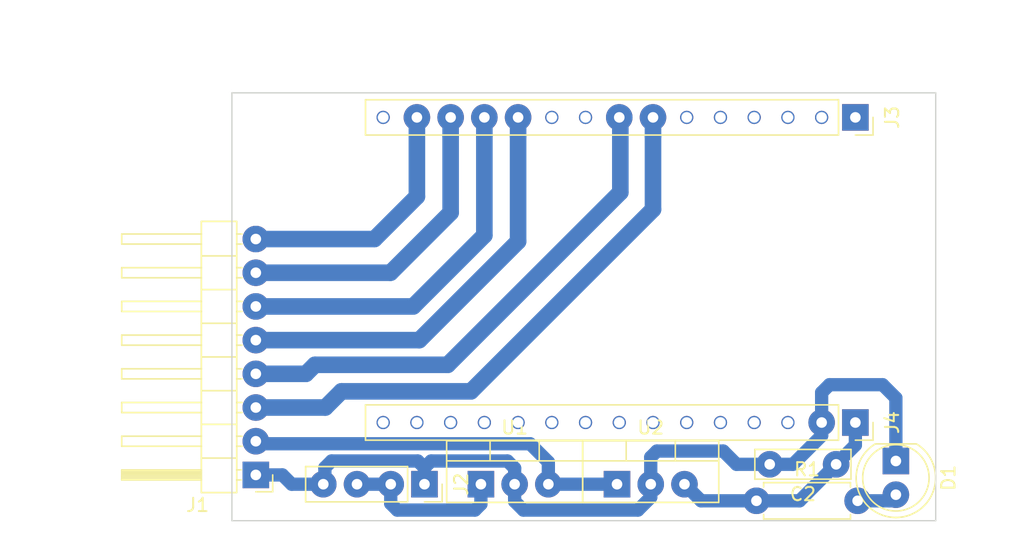
<source format=kicad_pcb>
(kicad_pcb (version 20171130) (host pcbnew 5.1.5+dfsg1-2build2)

  (general
    (thickness 1.6)
    (drawings 11)
    (tracks 75)
    (zones 0)
    (modules 9)
    (nets 12)
  )

  (page A4)
  (title_block
    (title pswclsx6-socket-controller)
    (date 2022-04-19)
    (rev 1)
    (comment 1 "Tec. Henrique Silva")
  )

  (layers
    (0 F.Cu signal)
    (31 B.Cu signal)
    (32 B.Adhes user)
    (33 F.Adhes user)
    (34 B.Paste user)
    (35 F.Paste user)
    (36 B.SilkS user)
    (37 F.SilkS user)
    (38 B.Mask user)
    (39 F.Mask user)
    (40 Dwgs.User user)
    (41 Cmts.User user)
    (42 Eco1.User user)
    (43 Eco2.User user)
    (44 Edge.Cuts user)
    (45 Margin user)
    (46 B.CrtYd user)
    (47 F.CrtYd user)
    (48 B.Fab user)
    (49 F.Fab user)
  )

  (setup
    (last_trace_width 0.25)
    (user_trace_width 1)
    (user_trace_width 1.25)
    (trace_clearance 0.25)
    (zone_clearance 0.508)
    (zone_45_only no)
    (trace_min 0.2)
    (via_size 0.8)
    (via_drill 0.4)
    (via_min_size 0.4)
    (via_min_drill 0.3)
    (uvia_size 0.3)
    (uvia_drill 0.1)
    (uvias_allowed no)
    (uvia_min_size 0.2)
    (uvia_min_drill 0.1)
    (edge_width 0.05)
    (segment_width 0.2)
    (pcb_text_width 0.3)
    (pcb_text_size 1.5 1.5)
    (mod_edge_width 0.12)
    (mod_text_size 1 1)
    (mod_text_width 0.15)
    (pad_size 2 2)
    (pad_drill 0.8)
    (pad_to_mask_clearance 0.051)
    (solder_mask_min_width 0.25)
    (aux_axis_origin 0 0)
    (visible_elements FFFFFF7F)
    (pcbplotparams
      (layerselection 0x010fc_ffffffff)
      (usegerberextensions false)
      (usegerberattributes false)
      (usegerberadvancedattributes false)
      (creategerberjobfile false)
      (excludeedgelayer true)
      (linewidth 0.100000)
      (plotframeref false)
      (viasonmask false)
      (mode 1)
      (useauxorigin false)
      (hpglpennumber 1)
      (hpglpenspeed 20)
      (hpglpendiameter 15.000000)
      (psnegative false)
      (psa4output false)
      (plotreference true)
      (plotvalue true)
      (plotinvisibletext false)
      (padsonsilk false)
      (subtractmaskfromsilk false)
      (outputformat 1)
      (mirror false)
      (drillshape 1)
      (scaleselection 1)
      (outputdirectory ""))
  )

  (net 0 "")
  (net 1 vll_relay-6)
  (net 2 vll_relay-5)
  (net 3 vll_relay-4)
  (net 4 vll_relay-3)
  (net 5 vll_relay-2)
  (net 6 vll_relay-1)
  (net 7 vcc_relay-master)
  (net 8 GND)
  (net 9 +12VA)
  (net 10 +5V)
  (net 11 "Net-(D1-Pad2)")

  (net_class Default "This is the default net class."
    (clearance 0.25)
    (trace_width 0.25)
    (via_dia 0.8)
    (via_drill 0.4)
    (uvia_dia 0.3)
    (uvia_drill 0.1)
    (add_net +12VA)
    (add_net +5V)
    (add_net GND)
    (add_net "Net-(D1-Pad2)")
    (add_net vcc_relay-master)
    (add_net vll_relay-1)
    (add_net vll_relay-2)
    (add_net vll_relay-3)
    (add_net vll_relay-4)
    (add_net vll_relay-5)
    (add_net vll_relay-6)
  )

  (module Connector_PinHeader_2.54mm:PinHeader_1x08_P2.54mm_Horizontal (layer F.Cu) (tedit 625F1CF9) (tstamp 625B07FE)
    (at 118.3 115.05 180)
    (descr "Through hole angled pin header, 1x08, 2.54mm pitch, 6mm pin length, single row")
    (tags "Through hole angled pin header THT 1x08 2.54mm single row")
    (path /625AA4A2)
    (fp_text reference J1 (at 4.385 -2.27) (layer F.SilkS)
      (effects (font (size 1 1) (thickness 0.15)))
    )
    (fp_text value pswcls-master (at 4.385 20.05) (layer F.Fab)
      (effects (font (size 1 1) (thickness 0.15)))
    )
    (fp_text user %R (at 2.77 8.89 90) (layer F.Fab)
      (effects (font (size 1 1) (thickness 0.15)))
    )
    (fp_line (start 10.55 -1.8) (end -1.8 -1.8) (layer F.CrtYd) (width 0.05))
    (fp_line (start 10.55 19.55) (end 10.55 -1.8) (layer F.CrtYd) (width 0.05))
    (fp_line (start -1.8 19.55) (end 10.55 19.55) (layer F.CrtYd) (width 0.05))
    (fp_line (start -1.8 -1.8) (end -1.8 19.55) (layer F.CrtYd) (width 0.05))
    (fp_line (start -1.27 -1.27) (end 0 -1.27) (layer F.SilkS) (width 0.12))
    (fp_line (start -1.27 0) (end -1.27 -1.27) (layer F.SilkS) (width 0.12))
    (fp_line (start 1.042929 18.16) (end 1.44 18.16) (layer F.SilkS) (width 0.12))
    (fp_line (start 1.042929 17.4) (end 1.44 17.4) (layer F.SilkS) (width 0.12))
    (fp_line (start 10.1 18.16) (end 4.1 18.16) (layer F.SilkS) (width 0.12))
    (fp_line (start 10.1 17.4) (end 10.1 18.16) (layer F.SilkS) (width 0.12))
    (fp_line (start 4.1 17.4) (end 10.1 17.4) (layer F.SilkS) (width 0.12))
    (fp_line (start 1.44 16.51) (end 4.1 16.51) (layer F.SilkS) (width 0.12))
    (fp_line (start 1.042929 15.62) (end 1.44 15.62) (layer F.SilkS) (width 0.12))
    (fp_line (start 1.042929 14.86) (end 1.44 14.86) (layer F.SilkS) (width 0.12))
    (fp_line (start 10.1 15.62) (end 4.1 15.62) (layer F.SilkS) (width 0.12))
    (fp_line (start 10.1 14.86) (end 10.1 15.62) (layer F.SilkS) (width 0.12))
    (fp_line (start 4.1 14.86) (end 10.1 14.86) (layer F.SilkS) (width 0.12))
    (fp_line (start 1.44 13.97) (end 4.1 13.97) (layer F.SilkS) (width 0.12))
    (fp_line (start 1.042929 13.08) (end 1.44 13.08) (layer F.SilkS) (width 0.12))
    (fp_line (start 1.042929 12.32) (end 1.44 12.32) (layer F.SilkS) (width 0.12))
    (fp_line (start 10.1 13.08) (end 4.1 13.08) (layer F.SilkS) (width 0.12))
    (fp_line (start 10.1 12.32) (end 10.1 13.08) (layer F.SilkS) (width 0.12))
    (fp_line (start 4.1 12.32) (end 10.1 12.32) (layer F.SilkS) (width 0.12))
    (fp_line (start 1.44 11.43) (end 4.1 11.43) (layer F.SilkS) (width 0.12))
    (fp_line (start 1.042929 10.54) (end 1.44 10.54) (layer F.SilkS) (width 0.12))
    (fp_line (start 1.042929 9.78) (end 1.44 9.78) (layer F.SilkS) (width 0.12))
    (fp_line (start 10.1 10.54) (end 4.1 10.54) (layer F.SilkS) (width 0.12))
    (fp_line (start 10.1 9.78) (end 10.1 10.54) (layer F.SilkS) (width 0.12))
    (fp_line (start 4.1 9.78) (end 10.1 9.78) (layer F.SilkS) (width 0.12))
    (fp_line (start 1.44 8.89) (end 4.1 8.89) (layer F.SilkS) (width 0.12))
    (fp_line (start 1.042929 8) (end 1.44 8) (layer F.SilkS) (width 0.12))
    (fp_line (start 1.042929 7.24) (end 1.44 7.24) (layer F.SilkS) (width 0.12))
    (fp_line (start 10.1 8) (end 4.1 8) (layer F.SilkS) (width 0.12))
    (fp_line (start 10.1 7.24) (end 10.1 8) (layer F.SilkS) (width 0.12))
    (fp_line (start 4.1 7.24) (end 10.1 7.24) (layer F.SilkS) (width 0.12))
    (fp_line (start 1.44 6.35) (end 4.1 6.35) (layer F.SilkS) (width 0.12))
    (fp_line (start 1.042929 5.46) (end 1.44 5.46) (layer F.SilkS) (width 0.12))
    (fp_line (start 1.042929 4.7) (end 1.44 4.7) (layer F.SilkS) (width 0.12))
    (fp_line (start 10.1 5.46) (end 4.1 5.46) (layer F.SilkS) (width 0.12))
    (fp_line (start 10.1 4.7) (end 10.1 5.46) (layer F.SilkS) (width 0.12))
    (fp_line (start 4.1 4.7) (end 10.1 4.7) (layer F.SilkS) (width 0.12))
    (fp_line (start 1.44 3.81) (end 4.1 3.81) (layer F.SilkS) (width 0.12))
    (fp_line (start 1.042929 2.92) (end 1.44 2.92) (layer F.SilkS) (width 0.12))
    (fp_line (start 1.042929 2.16) (end 1.44 2.16) (layer F.SilkS) (width 0.12))
    (fp_line (start 10.1 2.92) (end 4.1 2.92) (layer F.SilkS) (width 0.12))
    (fp_line (start 10.1 2.16) (end 10.1 2.92) (layer F.SilkS) (width 0.12))
    (fp_line (start 4.1 2.16) (end 10.1 2.16) (layer F.SilkS) (width 0.12))
    (fp_line (start 1.44 1.27) (end 4.1 1.27) (layer F.SilkS) (width 0.12))
    (fp_line (start 1.11 0.38) (end 1.44 0.38) (layer F.SilkS) (width 0.12))
    (fp_line (start 1.11 -0.38) (end 1.44 -0.38) (layer F.SilkS) (width 0.12))
    (fp_line (start 4.1 0.28) (end 10.1 0.28) (layer F.SilkS) (width 0.12))
    (fp_line (start 4.1 0.16) (end 10.1 0.16) (layer F.SilkS) (width 0.12))
    (fp_line (start 4.1 0.04) (end 10.1 0.04) (layer F.SilkS) (width 0.12))
    (fp_line (start 4.1 -0.08) (end 10.1 -0.08) (layer F.SilkS) (width 0.12))
    (fp_line (start 4.1 -0.2) (end 10.1 -0.2) (layer F.SilkS) (width 0.12))
    (fp_line (start 4.1 -0.32) (end 10.1 -0.32) (layer F.SilkS) (width 0.12))
    (fp_line (start 10.1 0.38) (end 4.1 0.38) (layer F.SilkS) (width 0.12))
    (fp_line (start 10.1 -0.38) (end 10.1 0.38) (layer F.SilkS) (width 0.12))
    (fp_line (start 4.1 -0.38) (end 10.1 -0.38) (layer F.SilkS) (width 0.12))
    (fp_line (start 4.1 -1.33) (end 1.44 -1.33) (layer F.SilkS) (width 0.12))
    (fp_line (start 4.1 19.11) (end 4.1 -1.33) (layer F.SilkS) (width 0.12))
    (fp_line (start 1.44 19.11) (end 4.1 19.11) (layer F.SilkS) (width 0.12))
    (fp_line (start 1.44 -1.33) (end 1.44 19.11) (layer F.SilkS) (width 0.12))
    (fp_line (start 4.04 18.1) (end 10.04 18.1) (layer F.Fab) (width 0.1))
    (fp_line (start 10.04 17.46) (end 10.04 18.1) (layer F.Fab) (width 0.1))
    (fp_line (start 4.04 17.46) (end 10.04 17.46) (layer F.Fab) (width 0.1))
    (fp_line (start -0.32 18.1) (end 1.5 18.1) (layer F.Fab) (width 0.1))
    (fp_line (start -0.32 17.46) (end -0.32 18.1) (layer F.Fab) (width 0.1))
    (fp_line (start -0.32 17.46) (end 1.5 17.46) (layer F.Fab) (width 0.1))
    (fp_line (start 4.04 15.56) (end 10.04 15.56) (layer F.Fab) (width 0.1))
    (fp_line (start 10.04 14.92) (end 10.04 15.56) (layer F.Fab) (width 0.1))
    (fp_line (start 4.04 14.92) (end 10.04 14.92) (layer F.Fab) (width 0.1))
    (fp_line (start -0.32 15.56) (end 1.5 15.56) (layer F.Fab) (width 0.1))
    (fp_line (start -0.32 14.92) (end -0.32 15.56) (layer F.Fab) (width 0.1))
    (fp_line (start -0.32 14.92) (end 1.5 14.92) (layer F.Fab) (width 0.1))
    (fp_line (start 4.04 13.02) (end 10.04 13.02) (layer F.Fab) (width 0.1))
    (fp_line (start 10.04 12.38) (end 10.04 13.02) (layer F.Fab) (width 0.1))
    (fp_line (start 4.04 12.38) (end 10.04 12.38) (layer F.Fab) (width 0.1))
    (fp_line (start -0.32 13.02) (end 1.5 13.02) (layer F.Fab) (width 0.1))
    (fp_line (start -0.32 12.38) (end -0.32 13.02) (layer F.Fab) (width 0.1))
    (fp_line (start -0.32 12.38) (end 1.5 12.38) (layer F.Fab) (width 0.1))
    (fp_line (start 4.04 10.48) (end 10.04 10.48) (layer F.Fab) (width 0.1))
    (fp_line (start 10.04 9.84) (end 10.04 10.48) (layer F.Fab) (width 0.1))
    (fp_line (start 4.04 9.84) (end 10.04 9.84) (layer F.Fab) (width 0.1))
    (fp_line (start -0.32 10.48) (end 1.5 10.48) (layer F.Fab) (width 0.1))
    (fp_line (start -0.32 9.84) (end -0.32 10.48) (layer F.Fab) (width 0.1))
    (fp_line (start -0.32 9.84) (end 1.5 9.84) (layer F.Fab) (width 0.1))
    (fp_line (start 4.04 7.94) (end 10.04 7.94) (layer F.Fab) (width 0.1))
    (fp_line (start 10.04 7.3) (end 10.04 7.94) (layer F.Fab) (width 0.1))
    (fp_line (start 4.04 7.3) (end 10.04 7.3) (layer F.Fab) (width 0.1))
    (fp_line (start -0.32 7.94) (end 1.5 7.94) (layer F.Fab) (width 0.1))
    (fp_line (start -0.32 7.3) (end -0.32 7.94) (layer F.Fab) (width 0.1))
    (fp_line (start -0.32 7.3) (end 1.5 7.3) (layer F.Fab) (width 0.1))
    (fp_line (start 4.04 5.4) (end 10.04 5.4) (layer F.Fab) (width 0.1))
    (fp_line (start 10.04 4.76) (end 10.04 5.4) (layer F.Fab) (width 0.1))
    (fp_line (start 4.04 4.76) (end 10.04 4.76) (layer F.Fab) (width 0.1))
    (fp_line (start -0.32 5.4) (end 1.5 5.4) (layer F.Fab) (width 0.1))
    (fp_line (start -0.32 4.76) (end -0.32 5.4) (layer F.Fab) (width 0.1))
    (fp_line (start -0.32 4.76) (end 1.5 4.76) (layer F.Fab) (width 0.1))
    (fp_line (start 4.04 2.86) (end 10.04 2.86) (layer F.Fab) (width 0.1))
    (fp_line (start 10.04 2.22) (end 10.04 2.86) (layer F.Fab) (width 0.1))
    (fp_line (start 4.04 2.22) (end 10.04 2.22) (layer F.Fab) (width 0.1))
    (fp_line (start -0.32 2.86) (end 1.5 2.86) (layer F.Fab) (width 0.1))
    (fp_line (start -0.32 2.22) (end -0.32 2.86) (layer F.Fab) (width 0.1))
    (fp_line (start -0.32 2.22) (end 1.5 2.22) (layer F.Fab) (width 0.1))
    (fp_line (start 4.04 0.32) (end 10.04 0.32) (layer F.Fab) (width 0.1))
    (fp_line (start 10.04 -0.32) (end 10.04 0.32) (layer F.Fab) (width 0.1))
    (fp_line (start 4.04 -0.32) (end 10.04 -0.32) (layer F.Fab) (width 0.1))
    (fp_line (start -0.32 0.32) (end 1.5 0.32) (layer F.Fab) (width 0.1))
    (fp_line (start -0.32 -0.32) (end -0.32 0.32) (layer F.Fab) (width 0.1))
    (fp_line (start -0.32 -0.32) (end 1.5 -0.32) (layer F.Fab) (width 0.1))
    (fp_line (start 1.5 -0.635) (end 2.135 -1.27) (layer F.Fab) (width 0.1))
    (fp_line (start 1.5 19.05) (end 1.5 -0.635) (layer F.Fab) (width 0.1))
    (fp_line (start 4.04 19.05) (end 1.5 19.05) (layer F.Fab) (width 0.1))
    (fp_line (start 4.04 -1.27) (end 4.04 19.05) (layer F.Fab) (width 0.1))
    (fp_line (start 2.135 -1.27) (end 4.04 -1.27) (layer F.Fab) (width 0.1))
    (pad 8 thru_hole oval (at 0 17.78 180) (size 2 2) (drill 0.8) (layers *.Cu *.Mask)
      (net 6 vll_relay-1))
    (pad 7 thru_hole oval (at 0 15.24 180) (size 2 2) (drill 0.8) (layers *.Cu *.Mask)
      (net 5 vll_relay-2))
    (pad 6 thru_hole oval (at 0 12.7 180) (size 2 2) (drill 0.8) (layers *.Cu *.Mask)
      (net 4 vll_relay-3))
    (pad 5 thru_hole oval (at 0 10.16 180) (size 2 2) (drill 0.8) (layers *.Cu *.Mask)
      (net 3 vll_relay-4))
    (pad 4 thru_hole oval (at 0 7.62 180) (size 2 2) (drill 0.8) (layers *.Cu *.Mask)
      (net 2 vll_relay-5))
    (pad 3 thru_hole oval (at 0 5.08 180) (size 2 2) (drill 0.8) (layers *.Cu *.Mask)
      (net 1 vll_relay-6))
    (pad 2 thru_hole oval (at 0 2.54 180) (size 2 2) (drill 0.8) (layers *.Cu *.Mask)
      (net 7 vcc_relay-master))
    (pad 1 thru_hole rect (at 0 0 180) (size 2 2) (drill 0.8) (layers *.Cu *.Mask)
      (net 8 GND))
    (model ${KISYS3DMOD}/Connector_PinHeader_2.54mm.3dshapes/PinHeader_1x08_P2.54mm_Horizontal.wrl
      (at (xyz 0 0 0))
      (scale (xyz 1 1 1))
      (rotate (xyz 0 0 0))
    )
  )

  (module Capacitor_THT:C_Rect_L7.0mm_W2.0mm_P5.00mm (layer F.Cu) (tedit 625F1B48) (tstamp 625F99E2)
    (at 162 114.25 180)
    (descr "C, Rect series, Radial, pin pitch=5.00mm, , length*width=7*2mm^2, Capacitor")
    (tags "C Rect series Radial pin pitch 5.00mm  length 7mm width 2mm Capacitor")
    (path /626391DD)
    (fp_text reference C2 (at 2.5 -2.25) (layer F.SilkS)
      (effects (font (size 1 1) (thickness 0.15)))
    )
    (fp_text value 100nF (at 2.5 2.25) (layer F.Fab)
      (effects (font (size 1 1) (thickness 0.15)))
    )
    (fp_text user %R (at 2.5 0) (layer F.Fab)
      (effects (font (size 1 1) (thickness 0.15)))
    )
    (fp_line (start 6.25 -1.25) (end -1.25 -1.25) (layer F.CrtYd) (width 0.05))
    (fp_line (start 6.25 1.25) (end 6.25 -1.25) (layer F.CrtYd) (width 0.05))
    (fp_line (start -1.25 1.25) (end 6.25 1.25) (layer F.CrtYd) (width 0.05))
    (fp_line (start -1.25 -1.25) (end -1.25 1.25) (layer F.CrtYd) (width 0.05))
    (fp_line (start 6.12 -1.12) (end 6.12 1.12) (layer F.SilkS) (width 0.12))
    (fp_line (start -1.12 -1.12) (end -1.12 1.12) (layer F.SilkS) (width 0.12))
    (fp_line (start -1.12 1.12) (end 6.12 1.12) (layer F.SilkS) (width 0.12))
    (fp_line (start -1.12 -1.12) (end 6.12 -1.12) (layer F.SilkS) (width 0.12))
    (fp_line (start 6 -1) (end -1 -1) (layer F.Fab) (width 0.1))
    (fp_line (start 6 1) (end 6 -1) (layer F.Fab) (width 0.1))
    (fp_line (start -1 1) (end 6 1) (layer F.Fab) (width 0.1))
    (fp_line (start -1 -1) (end -1 1) (layer F.Fab) (width 0.1))
    (pad 2 thru_hole circle (at 5 0 180) (size 2 2) (drill 0.8) (layers *.Cu *.Mask)
      (net 8 GND))
    (pad 1 thru_hole circle (at 0 0 180) (size 2 2) (drill 0.8) (layers *.Cu *.Mask)
      (net 10 +5V))
    (model ${KISYS3DMOD}/Capacitor_THT.3dshapes/C_Rect_L7.0mm_W2.0mm_P5.00mm.wrl
      (at (xyz 0 0 0))
      (scale (xyz 1 1 1))
      (rotate (xyz 0 0 0))
    )
  )

  (module Resistor_THT:R_Axial_DIN0207_L6.3mm_D2.5mm_P7.62mm_Horizontal (layer F.Cu) (tedit 625F1B75) (tstamp 625F9AF7)
    (at 156 117)
    (descr "Resistor, Axial_DIN0207 series, Axial, Horizontal, pin pitch=7.62mm, 0.25W = 1/4W, length*diameter=6.3*2.5mm^2, http://cdn-reichelt.de/documents/datenblatt/B400/1_4W%23YAG.pdf")
    (tags "Resistor Axial_DIN0207 series Axial Horizontal pin pitch 7.62mm 0.25W = 1/4W length 6.3mm diameter 2.5mm")
    (path /6264878C)
    (fp_text reference R1 (at 3.81 -2.37) (layer F.SilkS)
      (effects (font (size 1 1) (thickness 0.15)))
    )
    (fp_text value R (at 3.81 2.37) (layer F.Fab)
      (effects (font (size 1 1) (thickness 0.15)))
    )
    (fp_text user %R (at 3.81 0) (layer F.Fab)
      (effects (font (size 1 1) (thickness 0.15)))
    )
    (fp_line (start 8.67 -1.5) (end -1.05 -1.5) (layer F.CrtYd) (width 0.05))
    (fp_line (start 8.67 1.5) (end 8.67 -1.5) (layer F.CrtYd) (width 0.05))
    (fp_line (start -1.05 1.5) (end 8.67 1.5) (layer F.CrtYd) (width 0.05))
    (fp_line (start -1.05 -1.5) (end -1.05 1.5) (layer F.CrtYd) (width 0.05))
    (fp_line (start 7.08 1.37) (end 7.08 1.04) (layer F.SilkS) (width 0.12))
    (fp_line (start 0.54 1.37) (end 7.08 1.37) (layer F.SilkS) (width 0.12))
    (fp_line (start 0.54 1.04) (end 0.54 1.37) (layer F.SilkS) (width 0.12))
    (fp_line (start 7.08 -1.37) (end 7.08 -1.04) (layer F.SilkS) (width 0.12))
    (fp_line (start 0.54 -1.37) (end 7.08 -1.37) (layer F.SilkS) (width 0.12))
    (fp_line (start 0.54 -1.04) (end 0.54 -1.37) (layer F.SilkS) (width 0.12))
    (fp_line (start 7.62 0) (end 6.96 0) (layer F.Fab) (width 0.1))
    (fp_line (start 0 0) (end 0.66 0) (layer F.Fab) (width 0.1))
    (fp_line (start 6.96 -1.25) (end 0.66 -1.25) (layer F.Fab) (width 0.1))
    (fp_line (start 6.96 1.25) (end 6.96 -1.25) (layer F.Fab) (width 0.1))
    (fp_line (start 0.66 1.25) (end 6.96 1.25) (layer F.Fab) (width 0.1))
    (fp_line (start 0.66 -1.25) (end 0.66 1.25) (layer F.Fab) (width 0.1))
    (pad 2 thru_hole oval (at 7.62 0) (size 2 2) (drill 0.8) (layers *.Cu *.Mask)
      (net 11 "Net-(D1-Pad2)"))
    (pad 1 thru_hole circle (at 0 0) (size 2 2) (drill 0.8) (layers *.Cu *.Mask)
      (net 10 +5V))
    (model ${KISYS3DMOD}/Resistor_THT.3dshapes/R_Axial_DIN0207_L6.3mm_D2.5mm_P7.62mm_Horizontal.wrl
      (at (xyz 0 0 0))
      (scale (xyz 1 1 1))
      (rotate (xyz 0 0 0))
    )
  )

  (module LED_THT:LED_D5.0mm (layer F.Cu) (tedit 625F1B63) (tstamp 625F99F4)
    (at 166.5 114 270)
    (descr "LED, diameter 5.0mm, 2 pins, http://cdn-reichelt.de/documents/datenblatt/A500/LL-504BC2E-009.pdf")
    (tags "LED diameter 5.0mm 2 pins")
    (path /62649016)
    (fp_text reference D1 (at 1.27 -3.96 90) (layer F.SilkS)
      (effects (font (size 1 1) (thickness 0.15)))
    )
    (fp_text value LED (at 1.27 3.96 90) (layer F.Fab)
      (effects (font (size 1 1) (thickness 0.15)))
    )
    (fp_text user %R (at 1.25 0 90) (layer F.Fab)
      (effects (font (size 0.8 0.8) (thickness 0.2)))
    )
    (fp_line (start 4.5 -3.25) (end -1.95 -3.25) (layer F.CrtYd) (width 0.05))
    (fp_line (start 4.5 3.25) (end 4.5 -3.25) (layer F.CrtYd) (width 0.05))
    (fp_line (start -1.95 3.25) (end 4.5 3.25) (layer F.CrtYd) (width 0.05))
    (fp_line (start -1.95 -3.25) (end -1.95 3.25) (layer F.CrtYd) (width 0.05))
    (fp_line (start -1.29 -1.545) (end -1.29 1.545) (layer F.SilkS) (width 0.12))
    (fp_line (start -1.23 -1.469694) (end -1.23 1.469694) (layer F.Fab) (width 0.1))
    (fp_circle (center 1.27 0) (end 3.77 0) (layer F.SilkS) (width 0.12))
    (fp_circle (center 1.27 0) (end 3.77 0) (layer F.Fab) (width 0.1))
    (fp_arc (start 1.27 0) (end -1.29 1.54483) (angle -148.9) (layer F.SilkS) (width 0.12))
    (fp_arc (start 1.27 0) (end -1.29 -1.54483) (angle 148.9) (layer F.SilkS) (width 0.12))
    (fp_arc (start 1.27 0) (end -1.23 -1.469694) (angle 299.1) (layer F.Fab) (width 0.1))
    (pad 2 thru_hole circle (at 2.54 0 270) (size 2 2) (drill 0.8) (layers *.Cu *.Mask)
      (net 11 "Net-(D1-Pad2)"))
    (pad 1 thru_hole rect (at 0 0 270) (size 2 2) (drill 0.8) (layers *.Cu *.Mask)
      (net 8 GND))
    (model ${KISYS3DMOD}/LED_THT.3dshapes/LED_D5.0mm.wrl
      (at (xyz 0 0 0))
      (scale (xyz 1 1 1))
      (rotate (xyz 0 0 0))
    )
  )

  (module Connector_PinSocket_2.54mm:PinSocket_1x04_P2.54mm_Vertical (layer F.Cu) (tedit 625F1BFC) (tstamp 625AF907)
    (at 131 115.75 270)
    (descr "Through hole straight socket strip, 1x04, 2.54mm pitch, single row (from Kicad 4.0.7), script generated")
    (tags "Through hole socket strip THT 1x04 2.54mm single row")
    (path /625B0167)
    (fp_text reference J2 (at 0 -2.77 90) (layer F.SilkS)
      (effects (font (size 1 1) (thickness 0.15)))
    )
    (fp_text value PWR-12VA (at 0 10.39 90) (layer F.Fab)
      (effects (font (size 1 1) (thickness 0.15)))
    )
    (fp_text user %R (at 0 3.81) (layer F.Fab)
      (effects (font (size 1 1) (thickness 0.15)))
    )
    (fp_line (start -1.8 9.4) (end -1.8 -1.8) (layer F.CrtYd) (width 0.05))
    (fp_line (start 1.75 9.4) (end -1.8 9.4) (layer F.CrtYd) (width 0.05))
    (fp_line (start 1.75 -1.8) (end 1.75 9.4) (layer F.CrtYd) (width 0.05))
    (fp_line (start -1.8 -1.8) (end 1.75 -1.8) (layer F.CrtYd) (width 0.05))
    (fp_line (start 0 -1.33) (end 1.33 -1.33) (layer F.SilkS) (width 0.12))
    (fp_line (start 1.33 -1.33) (end 1.33 0) (layer F.SilkS) (width 0.12))
    (fp_line (start 1.33 1.27) (end 1.33 8.95) (layer F.SilkS) (width 0.12))
    (fp_line (start -1.33 8.95) (end 1.33 8.95) (layer F.SilkS) (width 0.12))
    (fp_line (start -1.33 1.27) (end -1.33 8.95) (layer F.SilkS) (width 0.12))
    (fp_line (start -1.33 1.27) (end 1.33 1.27) (layer F.SilkS) (width 0.12))
    (fp_line (start -1.27 8.89) (end -1.27 -1.27) (layer F.Fab) (width 0.1))
    (fp_line (start 1.27 8.89) (end -1.27 8.89) (layer F.Fab) (width 0.1))
    (fp_line (start 1.27 -0.635) (end 1.27 8.89) (layer F.Fab) (width 0.1))
    (fp_line (start 0.635 -1.27) (end 1.27 -0.635) (layer F.Fab) (width 0.1))
    (fp_line (start -1.27 -1.27) (end 0.635 -1.27) (layer F.Fab) (width 0.1))
    (pad 4 thru_hole oval (at 0 7.62 270) (size 2 2) (drill 0.8) (layers *.Cu *.Mask)
      (net 8 GND))
    (pad 3 thru_hole oval (at 0 5.08 270) (size 2 2) (drill 0.8) (layers *.Cu *.Mask)
      (net 9 +12VA))
    (pad 2 thru_hole oval (at 0 2.54 270) (size 2 2) (drill 0.8) (layers *.Cu *.Mask)
      (net 9 +12VA))
    (pad 1 thru_hole rect (at 0 0 270) (size 2 2) (drill 0.8) (layers *.Cu *.Mask)
      (net 8 GND))
    (model ${KISYS3DMOD}/Connector_PinSocket_2.54mm.3dshapes/PinSocket_1x04_P2.54mm_Vertical.wrl
      (at (xyz 0 0 0))
      (scale (xyz 1 1 1))
      (rotate (xyz 0 0 0))
    )
  )

  (module Connector_PinSocket_2.54mm:PinSocket_1x15_P2.54mm_Vertical (layer F.Cu) (tedit 625F05E2) (tstamp 625AF92A)
    (at 163.45 88.1 270)
    (descr "Through hole straight socket strip, 1x15, 2.54mm pitch, single row (from Kicad 4.0.7), script generated")
    (tags "Through hole socket strip THT 1x15 2.54mm single row")
    (path /625C1072)
    (fp_text reference J3 (at 0 -2.77 90) (layer F.SilkS)
      (effects (font (size 1 1) (thickness 0.15)))
    )
    (fp_text value NODE-MCU-L (at 0 38.33 90) (layer F.Fab)
      (effects (font (size 1 1) (thickness 0.15)))
    )
    (fp_text user %R (at 0 17.78) (layer F.Fab)
      (effects (font (size 1 1) (thickness 0.15)))
    )
    (fp_line (start -1.8 37.3) (end -1.8 -1.8) (layer F.CrtYd) (width 0.05))
    (fp_line (start 1.75 37.3) (end -1.8 37.3) (layer F.CrtYd) (width 0.05))
    (fp_line (start 1.75 -1.8) (end 1.75 37.3) (layer F.CrtYd) (width 0.05))
    (fp_line (start -1.8 -1.8) (end 1.75 -1.8) (layer F.CrtYd) (width 0.05))
    (fp_line (start 0 -1.33) (end 1.33 -1.33) (layer F.SilkS) (width 0.12))
    (fp_line (start 1.33 -1.33) (end 1.33 0) (layer F.SilkS) (width 0.12))
    (fp_line (start 1.33 1.27) (end 1.33 36.89) (layer F.SilkS) (width 0.12))
    (fp_line (start -1.33 36.89) (end 1.33 36.89) (layer F.SilkS) (width 0.12))
    (fp_line (start -1.33 1.27) (end -1.33 36.89) (layer F.SilkS) (width 0.12))
    (fp_line (start -1.33 1.27) (end 1.33 1.27) (layer F.SilkS) (width 0.12))
    (fp_line (start -1.27 36.83) (end -1.27 -1.27) (layer F.Fab) (width 0.1))
    (fp_line (start 1.27 36.83) (end -1.27 36.83) (layer F.Fab) (width 0.1))
    (fp_line (start 1.27 -0.635) (end 1.27 36.83) (layer F.Fab) (width 0.1))
    (fp_line (start 0.635 -1.27) (end 1.27 -0.635) (layer F.Fab) (width 0.1))
    (fp_line (start -1.27 -1.27) (end 0.635 -1.27) (layer F.Fab) (width 0.1))
    (pad 15 thru_hole oval (at 0 35.56 270) (size 1 1) (drill 0.8) (layers *.Cu *.Mask))
    (pad 14 thru_hole oval (at 0 33.02 270) (size 2 2) (drill 0.8) (layers *.Cu *.Mask)
      (net 6 vll_relay-1))
    (pad 13 thru_hole oval (at 0 30.48 270) (size 2 2) (drill 0.8) (layers *.Cu *.Mask)
      (net 5 vll_relay-2))
    (pad 12 thru_hole oval (at 0 27.94 270) (size 2 2) (drill 0.8) (layers *.Cu *.Mask)
      (net 4 vll_relay-3))
    (pad 11 thru_hole oval (at 0 25.4 270) (size 2 2) (drill 0.8) (layers *.Cu *.Mask)
      (net 3 vll_relay-4))
    (pad 10 thru_hole oval (at 0 22.86 270) (size 1 1) (drill 0.8) (layers *.Cu *.Mask))
    (pad 9 thru_hole oval (at 0 20.32 270) (size 1 1) (drill 0.8) (layers *.Cu *.Mask))
    (pad 8 thru_hole oval (at 0 17.78 270) (size 2 2) (drill 0.8) (layers *.Cu *.Mask)
      (net 2 vll_relay-5))
    (pad 7 thru_hole oval (at 0 15.24 270) (size 2 2) (drill 0.8) (layers *.Cu *.Mask)
      (net 1 vll_relay-6))
    (pad 6 thru_hole oval (at 0 12.7 270) (size 1 1) (drill 0.8) (layers *.Cu *.Mask))
    (pad 5 thru_hole oval (at 0 10.16 270) (size 1 1) (drill 0.8) (layers *.Cu *.Mask))
    (pad 4 thru_hole oval (at 0 7.62 270) (size 1 1) (drill 0.8) (layers *.Cu *.Mask))
    (pad 3 thru_hole oval (at 0 5.08 270) (size 1 1) (drill 0.8) (layers *.Cu *.Mask))
    (pad 2 thru_hole oval (at 0 2.54 270) (size 1 1) (drill 0.8) (layers *.Cu *.Mask))
    (pad 1 thru_hole rect (at 0 0 270) (size 2 2) (drill 0.8) (layers *.Cu *.Mask))
    (model ${KISYS3DMOD}/Connector_PinSocket_2.54mm.3dshapes/PinSocket_1x15_P2.54mm_Vertical.wrl
      (at (xyz 0 0 0))
      (scale (xyz 1 1 1))
      (rotate (xyz 0 0 0))
    )
  )

  (module Connector_PinSocket_2.54mm:PinSocket_1x15_P2.54mm_Vertical (layer F.Cu) (tedit 625F14AB) (tstamp 625AF94D)
    (at 163.45 111.1 270)
    (descr "Through hole straight socket strip, 1x15, 2.54mm pitch, single row (from Kicad 4.0.7), script generated")
    (tags "Through hole socket strip THT 1x15 2.54mm single row")
    (path /625C4ECA)
    (fp_text reference J4 (at 0 -2.77 90) (layer F.SilkS)
      (effects (font (size 1 1) (thickness 0.15)))
    )
    (fp_text value NODE-MCU-R (at 0 38.33 90) (layer F.Fab)
      (effects (font (size 1 1) (thickness 0.15)))
    )
    (fp_text user %R (at 0 17.78) (layer F.Fab)
      (effects (font (size 1 1) (thickness 0.15)))
    )
    (fp_line (start -1.8 37.3) (end -1.8 -1.8) (layer F.CrtYd) (width 0.05))
    (fp_line (start 1.75 37.3) (end -1.8 37.3) (layer F.CrtYd) (width 0.05))
    (fp_line (start 1.75 -1.8) (end 1.75 37.3) (layer F.CrtYd) (width 0.05))
    (fp_line (start -1.8 -1.8) (end 1.75 -1.8) (layer F.CrtYd) (width 0.05))
    (fp_line (start 0 -1.33) (end 1.33 -1.33) (layer F.SilkS) (width 0.12))
    (fp_line (start 1.33 -1.33) (end 1.33 0) (layer F.SilkS) (width 0.12))
    (fp_line (start 1.33 1.27) (end 1.33 36.89) (layer F.SilkS) (width 0.12))
    (fp_line (start -1.33 36.89) (end 1.33 36.89) (layer F.SilkS) (width 0.12))
    (fp_line (start -1.33 1.27) (end -1.33 36.89) (layer F.SilkS) (width 0.12))
    (fp_line (start -1.33 1.27) (end 1.33 1.27) (layer F.SilkS) (width 0.12))
    (fp_line (start -1.27 36.83) (end -1.27 -1.27) (layer F.Fab) (width 0.1))
    (fp_line (start 1.27 36.83) (end -1.27 36.83) (layer F.Fab) (width 0.1))
    (fp_line (start 1.27 -0.635) (end 1.27 36.83) (layer F.Fab) (width 0.1))
    (fp_line (start 0.635 -1.27) (end 1.27 -0.635) (layer F.Fab) (width 0.1))
    (fp_line (start -1.27 -1.27) (end 0.635 -1.27) (layer F.Fab) (width 0.1))
    (pad 15 thru_hole oval (at 0 35.56 270) (size 1 1) (drill 0.8) (layers *.Cu *.Mask))
    (pad 14 thru_hole oval (at 0 33.02 270) (size 1 1) (drill 0.8) (layers *.Cu *.Mask))
    (pad 13 thru_hole oval (at 0 30.48 270) (size 1 1) (drill 0.8) (layers *.Cu *.Mask))
    (pad 12 thru_hole oval (at 0 27.94 270) (size 1 1) (drill 0.8) (layers *.Cu *.Mask))
    (pad 11 thru_hole oval (at 0 25.4 270) (size 1 1) (drill 0.8) (layers *.Cu *.Mask))
    (pad 10 thru_hole oval (at 0 22.86 270) (size 1 1) (drill 0.8) (layers *.Cu *.Mask))
    (pad 9 thru_hole oval (at 0 20.32 270) (size 1 1) (drill 0.8) (layers *.Cu *.Mask))
    (pad 8 thru_hole oval (at 0 17.78 270) (size 1 1) (drill 0.8) (layers *.Cu *.Mask))
    (pad 7 thru_hole oval (at 0 15.24 270) (size 1 1) (drill 0.8) (layers *.Cu *.Mask))
    (pad 6 thru_hole oval (at 0 12.7 270) (size 1 1) (drill 0.8) (layers *.Cu *.Mask))
    (pad 5 thru_hole oval (at 0 10.16 270) (size 1 1) (drill 0.8) (layers *.Cu *.Mask))
    (pad 4 thru_hole oval (at 0 7.62 270) (size 1 1) (drill 0.8) (layers *.Cu *.Mask))
    (pad 3 thru_hole oval (at 0 5.08 270) (size 1 1) (drill 0.8) (layers *.Cu *.Mask))
    (pad 2 thru_hole oval (at 0 2.54 270) (size 2 2) (drill 0.8) (layers *.Cu *.Mask)
      (net 8 GND))
    (pad 1 thru_hole rect (at 0 0 270) (size 2 2) (drill 0.8) (layers *.Cu *.Mask)
      (net 10 +5V))
    (model ${KISYS3DMOD}/Connector_PinSocket_2.54mm.3dshapes/PinSocket_1x15_P2.54mm_Vertical.wrl
      (at (xyz 0 0 0))
      (scale (xyz 1 1 1))
      (rotate (xyz 0 0 0))
    )
  )

  (module Package_TO_SOT_THT:TO-220-3_Vertical (layer F.Cu) (tedit 625F1B9D) (tstamp 625AF981)
    (at 145.5 115.75)
    (descr "TO-220-3, Vertical, RM 2.54mm, see https://www.vishay.com/docs/66542/to-220-1.pdf")
    (tags "TO-220-3 Vertical RM 2.54mm")
    (path /625BA2EE)
    (fp_text reference U2 (at 2.54 -4.27) (layer F.SilkS)
      (effects (font (size 1 1) (thickness 0.15)))
    )
    (fp_text value LM7805_TO220 (at 2.54 2.5) (layer F.Fab)
      (effects (font (size 1 1) (thickness 0.15)))
    )
    (fp_text user %R (at 2.54 -4.27) (layer F.Fab)
      (effects (font (size 1 1) (thickness 0.15)))
    )
    (fp_line (start 7.79 -3.4) (end -2.71 -3.4) (layer F.CrtYd) (width 0.05))
    (fp_line (start 7.79 1.51) (end 7.79 -3.4) (layer F.CrtYd) (width 0.05))
    (fp_line (start -2.71 1.51) (end 7.79 1.51) (layer F.CrtYd) (width 0.05))
    (fp_line (start -2.71 -3.4) (end -2.71 1.51) (layer F.CrtYd) (width 0.05))
    (fp_line (start 4.391 -3.27) (end 4.391 -1.76) (layer F.SilkS) (width 0.12))
    (fp_line (start 0.69 -3.27) (end 0.69 -1.76) (layer F.SilkS) (width 0.12))
    (fp_line (start -2.58 -1.76) (end 7.66 -1.76) (layer F.SilkS) (width 0.12))
    (fp_line (start 7.66 -3.27) (end 7.66 1.371) (layer F.SilkS) (width 0.12))
    (fp_line (start -2.58 -3.27) (end -2.58 1.371) (layer F.SilkS) (width 0.12))
    (fp_line (start -2.58 1.371) (end 7.66 1.371) (layer F.SilkS) (width 0.12))
    (fp_line (start -2.58 -3.27) (end 7.66 -3.27) (layer F.SilkS) (width 0.12))
    (fp_line (start 4.39 -3.15) (end 4.39 -1.88) (layer F.Fab) (width 0.1))
    (fp_line (start 0.69 -3.15) (end 0.69 -1.88) (layer F.Fab) (width 0.1))
    (fp_line (start -2.46 -1.88) (end 7.54 -1.88) (layer F.Fab) (width 0.1))
    (fp_line (start 7.54 -3.15) (end -2.46 -3.15) (layer F.Fab) (width 0.1))
    (fp_line (start 7.54 1.25) (end 7.54 -3.15) (layer F.Fab) (width 0.1))
    (fp_line (start -2.46 1.25) (end 7.54 1.25) (layer F.Fab) (width 0.1))
    (fp_line (start -2.46 -3.15) (end -2.46 1.25) (layer F.Fab) (width 0.1))
    (pad 3 thru_hole oval (at 5.08 0) (size 2 2) (drill 0.8) (layers *.Cu *.Mask)
      (net 10 +5V))
    (pad 2 thru_hole oval (at 2.54 0) (size 2 2) (drill 0.8) (layers *.Cu *.Mask)
      (net 8 GND))
    (pad 1 thru_hole rect (at 0 0) (size 2 2) (drill 0.8) (layers *.Cu *.Mask)
      (net 7 vcc_relay-master))
    (model ${KISYS3DMOD}/Package_TO_SOT_THT.3dshapes/TO-220-3_Vertical.wrl
      (at (xyz 0 0 0))
      (scale (xyz 1 1 1))
      (rotate (xyz 0 0 0))
    )
  )

  (module Package_TO_SOT_THT:TO-220-3_Vertical (layer F.Cu) (tedit 625F1BC3) (tstamp 625AF967)
    (at 135.25 115.75)
    (descr "TO-220-3, Vertical, RM 2.54mm, see https://www.vishay.com/docs/66542/to-220-1.pdf")
    (tags "TO-220-3 Vertical RM 2.54mm")
    (path /625B5EF1)
    (fp_text reference U1 (at 2.54 -4.27) (layer F.SilkS)
      (effects (font (size 1 1) (thickness 0.15)))
    )
    (fp_text value LM7812_TO220 (at 2.54 2.5) (layer F.Fab)
      (effects (font (size 1 1) (thickness 0.15)))
    )
    (fp_text user %R (at 2.54 -4.27) (layer F.Fab)
      (effects (font (size 1 1) (thickness 0.15)))
    )
    (fp_line (start 7.79 -3.4) (end -2.71 -3.4) (layer F.CrtYd) (width 0.05))
    (fp_line (start 7.79 1.51) (end 7.79 -3.4) (layer F.CrtYd) (width 0.05))
    (fp_line (start -2.71 1.51) (end 7.79 1.51) (layer F.CrtYd) (width 0.05))
    (fp_line (start -2.71 -3.4) (end -2.71 1.51) (layer F.CrtYd) (width 0.05))
    (fp_line (start 4.391 -3.27) (end 4.391 -1.76) (layer F.SilkS) (width 0.12))
    (fp_line (start 0.69 -3.27) (end 0.69 -1.76) (layer F.SilkS) (width 0.12))
    (fp_line (start -2.58 -1.76) (end 7.66 -1.76) (layer F.SilkS) (width 0.12))
    (fp_line (start 7.66 -3.27) (end 7.66 1.371) (layer F.SilkS) (width 0.12))
    (fp_line (start -2.58 -3.27) (end -2.58 1.371) (layer F.SilkS) (width 0.12))
    (fp_line (start -2.58 1.371) (end 7.66 1.371) (layer F.SilkS) (width 0.12))
    (fp_line (start -2.58 -3.27) (end 7.66 -3.27) (layer F.SilkS) (width 0.12))
    (fp_line (start 4.39 -3.15) (end 4.39 -1.88) (layer F.Fab) (width 0.1))
    (fp_line (start 0.69 -3.15) (end 0.69 -1.88) (layer F.Fab) (width 0.1))
    (fp_line (start -2.46 -1.88) (end 7.54 -1.88) (layer F.Fab) (width 0.1))
    (fp_line (start 7.54 -3.15) (end -2.46 -3.15) (layer F.Fab) (width 0.1))
    (fp_line (start 7.54 1.25) (end 7.54 -3.15) (layer F.Fab) (width 0.1))
    (fp_line (start -2.46 1.25) (end 7.54 1.25) (layer F.Fab) (width 0.1))
    (fp_line (start -2.46 -3.15) (end -2.46 1.25) (layer F.Fab) (width 0.1))
    (pad 3 thru_hole oval (at 5.08 0) (size 2 2) (drill 0.8) (layers *.Cu *.Mask)
      (net 7 vcc_relay-master))
    (pad 2 thru_hole oval (at 2.54 0) (size 2 2) (drill 0.8) (layers *.Cu *.Mask)
      (net 8 GND))
    (pad 1 thru_hole rect (at 0 0) (size 2 2) (drill 0.8) (layers *.Cu *.Mask)
      (net 9 +12VA))
    (model ${KISYS3DMOD}/Package_TO_SOT_THT.3dshapes/TO-220-3_Vertical.wrl
      (at (xyz 0 0 0))
      (scale (xyz 1 1 1))
      (rotate (xyz 0 0 0))
    )
  )

  (dimension 32.25 (width 0.15) (layer Dwgs.User)
    (gr_text "32.250 mm" (at 174.8 102.375 270) (layer Dwgs.User)
      (effects (font (size 1 1) (thickness 0.15)))
    )
    (feature1 (pts (xy 171.5 118.5) (xy 174.086421 118.5)))
    (feature2 (pts (xy 171.5 86.25) (xy 174.086421 86.25)))
    (crossbar (pts (xy 173.5 86.25) (xy 173.5 118.5)))
    (arrow1a (pts (xy 173.5 118.5) (xy 172.913579 117.373496)))
    (arrow1b (pts (xy 173.5 118.5) (xy 174.086421 117.373496)))
    (arrow2a (pts (xy 173.5 86.25) (xy 172.913579 87.376504)))
    (arrow2b (pts (xy 173.5 86.25) (xy 174.086421 87.376504)))
  )
  (dimension 53 (width 0.12) (layer Dwgs.User)
    (gr_text "53.000 mm" (at 143 79.98) (layer Dwgs.User)
      (effects (font (size 1 1) (thickness 0.15)))
    )
    (feature1 (pts (xy 169.5 84.25) (xy 169.5 80.663579)))
    (feature2 (pts (xy 116.5 84.25) (xy 116.5 80.663579)))
    (crossbar (pts (xy 116.5 81.25) (xy 169.5 81.25)))
    (arrow1a (pts (xy 169.5 81.25) (xy 168.373496 81.836421)))
    (arrow1b (pts (xy 169.5 81.25) (xy 168.373496 80.663579)))
    (arrow2a (pts (xy 116.5 81.25) (xy 117.626504 81.836421)))
    (arrow2b (pts (xy 116.5 81.25) (xy 117.626504 80.663579)))
  )
  (dimension 30.1 (width 0.15) (layer Dwgs.User) (tstamp 625F23F2)
    (gr_text "30.100 mm" (at 102.7 101.3 270) (layer Dwgs.User) (tstamp 625F23F2)
      (effects (font (size 1 1) (thickness 0.15)))
    )
    (feature1 (pts (xy 106.5 116.35) (xy 103.413579 116.35)))
    (feature2 (pts (xy 106.5 86.25) (xy 103.413579 86.25)))
    (crossbar (pts (xy 104 86.25) (xy 104 116.35)))
    (arrow1a (pts (xy 104 116.35) (xy 103.413579 115.223496)))
    (arrow1b (pts (xy 104 116.35) (xy 104.586421 115.223496)))
    (arrow2a (pts (xy 104 86.25) (xy 103.413579 87.376504)))
    (arrow2b (pts (xy 104 86.25) (xy 104.586421 87.376504)))
  )
  (gr_line (start 169.5 118.5) (end 116.5 118.5) (layer Edge.Cuts) (width 0.1))
  (gr_line (start 116.5 118.5) (end 116.5 86.25) (layer Edge.Cuts) (width 0.1))
  (gr_line (start 120.45 112.6) (end 120.45 86.6) (layer Dwgs.User) (width 0.15))
  (gr_line (start 169.5 86.25) (end 169.5 118.5) (layer Edge.Cuts) (width 0.1) (tstamp 625F0D2C))
  (gr_line (start 120.45 86.6) (end 169.45 86.6) (layer Dwgs.User) (width 0.15) (tstamp 625B07B3))
  (gr_line (start 116.5 86.25) (end 169.5 86.25) (layer Edge.Cuts) (width 0.1))
  (gr_line (start 169.45 112.6) (end 120.45 112.6) (layer Dwgs.User) (width 0.15))
  (gr_line (start 169.45 86.6) (end 169.45 112.6) (layer Dwgs.User) (width 0.15))

  (segment (start 148.21 89.514213) (end 148.21 88.1) (width 1.25) (layer B.Cu) (net 1))
  (segment (start 148.21 95.04) (end 148.21 89.514213) (width 1.25) (layer B.Cu) (net 1))
  (segment (start 134.5 108.75) (end 148.21 95.04) (width 1.25) (layer B.Cu) (net 1))
  (segment (start 124.75 108.75) (end 134.5 108.75) (width 1.25) (layer B.Cu) (net 1))
  (segment (start 123.53 109.97) (end 124.75 108.75) (width 1.25) (layer B.Cu) (net 1))
  (segment (start 118.3 109.97) (end 123.53 109.97) (width 1.25) (layer B.Cu) (net 1))
  (segment (start 145.75 93.75) (end 145.75 88.18) (width 1.25) (layer B.Cu) (net 2))
  (segment (start 132.75 106.75) (end 145.75 93.75) (width 1.25) (layer B.Cu) (net 2))
  (segment (start 122.75 106.75) (end 132.75 106.75) (width 1.25) (layer B.Cu) (net 2))
  (segment (start 145.75 88.18) (end 145.67 88.1) (width 1.25) (layer B.Cu) (net 2))
  (segment (start 122.07 107.43) (end 122.75 106.75) (width 1.25) (layer B.Cu) (net 2))
  (segment (start 118.3 107.43) (end 122.07 107.43) (width 1.25) (layer B.Cu) (net 2))
  (segment (start 138.05 89.514213) (end 138.05 88.1) (width 1.25) (layer B.Cu) (net 3))
  (segment (start 138.05 97.45) (end 138.05 89.514213) (width 1.25) (layer B.Cu) (net 3))
  (segment (start 130.61 104.89) (end 138.05 97.45) (width 1.25) (layer B.Cu) (net 3))
  (segment (start 118.3 104.89) (end 130.61 104.89) (width 1.25) (layer B.Cu) (net 3))
  (segment (start 135.51 96.99) (end 135.51 89.514213) (width 1.25) (layer B.Cu) (net 4))
  (segment (start 135.51 89.514213) (end 135.51 88.1) (width 1.25) (layer B.Cu) (net 4))
  (segment (start 130.15 102.35) (end 135.51 96.99) (width 1.25) (layer B.Cu) (net 4))
  (segment (start 118.3 102.35) (end 130.15 102.35) (width 1.25) (layer B.Cu) (net 4))
  (segment (start 132.97 89.514213) (end 132.97 88.1) (width 1.25) (layer B.Cu) (net 5))
  (segment (start 132.97 95.28) (end 132.97 89.514213) (width 1.25) (layer B.Cu) (net 5))
  (segment (start 128.44 99.81) (end 132.97 95.28) (width 1.25) (layer B.Cu) (net 5))
  (segment (start 118.3 99.81) (end 128.44 99.81) (width 1.25) (layer B.Cu) (net 5))
  (segment (start 130.43 94.07) (end 130.43 88.1) (width 1.25) (layer B.Cu) (net 6))
  (segment (start 127.23 97.27) (end 130.43 94.07) (width 1.25) (layer B.Cu) (net 6))
  (segment (start 118.3 97.27) (end 127.23 97.27) (width 1.25) (layer B.Cu) (net 6))
  (segment (start 145.5 115.75) (end 140.33 115.75) (width 1) (layer B.Cu) (net 7))
  (segment (start 118.490001 112.700001) (end 118.3 112.51) (width 1) (layer B.Cu) (net 7))
  (segment (start 138.950001 112.700001) (end 118.490001 112.700001) (width 1) (layer B.Cu) (net 7))
  (segment (start 140.33 114.08) (end 138.950001 112.700001) (width 1) (layer B.Cu) (net 7))
  (segment (start 140.33 115.75) (end 140.33 114.08) (width 1) (layer B.Cu) (net 7))
  (segment (start 130.5 114) (end 131 114.5) (width 1) (layer B.Cu) (net 8))
  (segment (start 131 114.5) (end 131 115.75) (width 1) (layer B.Cu) (net 8))
  (segment (start 124 114) (end 130.5 114) (width 1) (layer B.Cu) (net 8))
  (segment (start 123.5 114.5) (end 124 114) (width 1) (layer B.Cu) (net 8))
  (segment (start 123.5 115.63) (end 123.5 114.5) (width 1) (layer B.Cu) (net 8))
  (segment (start 123.38 115.75) (end 123.5 115.63) (width 1) (layer B.Cu) (net 8))
  (segment (start 131.500001 113.999999) (end 131 114.5) (width 1) (layer B.Cu) (net 8))
  (segment (start 137.249999 113.999999) (end 131.500001 113.999999) (width 1) (layer B.Cu) (net 8))
  (segment (start 137.79 114.54) (end 137.249999 113.999999) (width 1) (layer B.Cu) (net 8))
  (segment (start 137.79 115.75) (end 137.79 114.54) (width 1) (layer B.Cu) (net 8))
  (segment (start 137.79 117.04) (end 137.79 115.75) (width 1) (layer B.Cu) (net 8))
  (segment (start 138.44999 117.69999) (end 137.79 117.04) (width 1) (layer B.Cu) (net 8))
  (segment (start 148.04 116.736251) (end 147.076261 117.69999) (width 1) (layer B.Cu) (net 8))
  (segment (start 148.04 115.75) (end 148.04 116.736251) (width 1) (layer B.Cu) (net 8))
  (segment (start 120.3 115.05) (end 118.3 115.05) (width 1) (layer B.Cu) (net 8))
  (segment (start 121 115.75) (end 120.3 115.05) (width 1) (layer B.Cu) (net 8))
  (segment (start 123.38 115.75) (end 121 115.75) (width 1) (layer B.Cu) (net 8))
  (segment (start 138.44999 117.69999) (end 147.076261 117.69999) (width 1) (layer B.Cu) (net 8))
  (segment (start 166.5 114) (end 166.5 109.25) (width 1) (layer B.Cu) (net 8))
  (segment (start 166.5 109.25) (end 165.5 108.25) (width 1) (layer B.Cu) (net 8))
  (segment (start 165.5 108.25) (end 161.5 108.25) (width 1) (layer B.Cu) (net 8))
  (segment (start 160.91 108.84) (end 160.91 111.1) (width 1) (layer B.Cu) (net 8))
  (segment (start 161.5 108.25) (end 160.91 108.84) (width 1) (layer B.Cu) (net 8))
  (segment (start 154.5 114.25) (end 157 114.25) (width 1) (layer B.Cu) (net 8))
  (segment (start 153.5 113.25) (end 154.5 114.25) (width 1) (layer B.Cu) (net 8))
  (segment (start 148.5 113.25) (end 153.5 113.25) (width 1) (layer B.Cu) (net 8))
  (segment (start 148.04 113.71) (end 148.5 113.25) (width 1) (layer B.Cu) (net 8))
  (segment (start 148.04 115.75) (end 148.04 113.71) (width 1) (layer B.Cu) (net 8))
  (segment (start 160.91 112.09) (end 160.91 111.1) (width 1) (layer B.Cu) (net 8))
  (segment (start 158.75 114.25) (end 160.91 112.09) (width 1) (layer B.Cu) (net 8))
  (segment (start 157 114.25) (end 158.75 114.25) (width 1) (layer B.Cu) (net 8))
  (segment (start 128.46 115.75) (end 125.92 115.75) (width 1) (layer B.Cu) (net 9))
  (segment (start 135.25 117.25) (end 135.25 115.75) (width 1) (layer B.Cu) (net 9))
  (segment (start 134.80001 117.69999) (end 135.25 117.25) (width 1) (layer B.Cu) (net 9))
  (segment (start 128.94999 117.69999) (end 134.80001 117.69999) (width 1) (layer B.Cu) (net 9))
  (segment (start 128.46 117.21) (end 128.94999 117.69999) (width 1) (layer B.Cu) (net 9))
  (segment (start 128.46 115.75) (end 128.46 117.21) (width 1) (layer B.Cu) (net 9))
  (segment (start 163.45 112.8) (end 163.45 111.1) (width 1) (layer B.Cu) (net 10))
  (segment (start 159.25 117) (end 163.45 112.8) (width 1) (layer B.Cu) (net 10))
  (segment (start 151.83 117) (end 159.25 117) (width 1) (layer B.Cu) (net 10))
  (segment (start 150.58 115.75) (end 151.83 117) (width 1) (layer B.Cu) (net 10))
  (segment (start 166.04 117) (end 166.5 116.54) (width 1) (layer B.Cu) (net 11))
  (segment (start 163.62 117) (end 166.04 117) (width 1) (layer B.Cu) (net 11))

)

</source>
